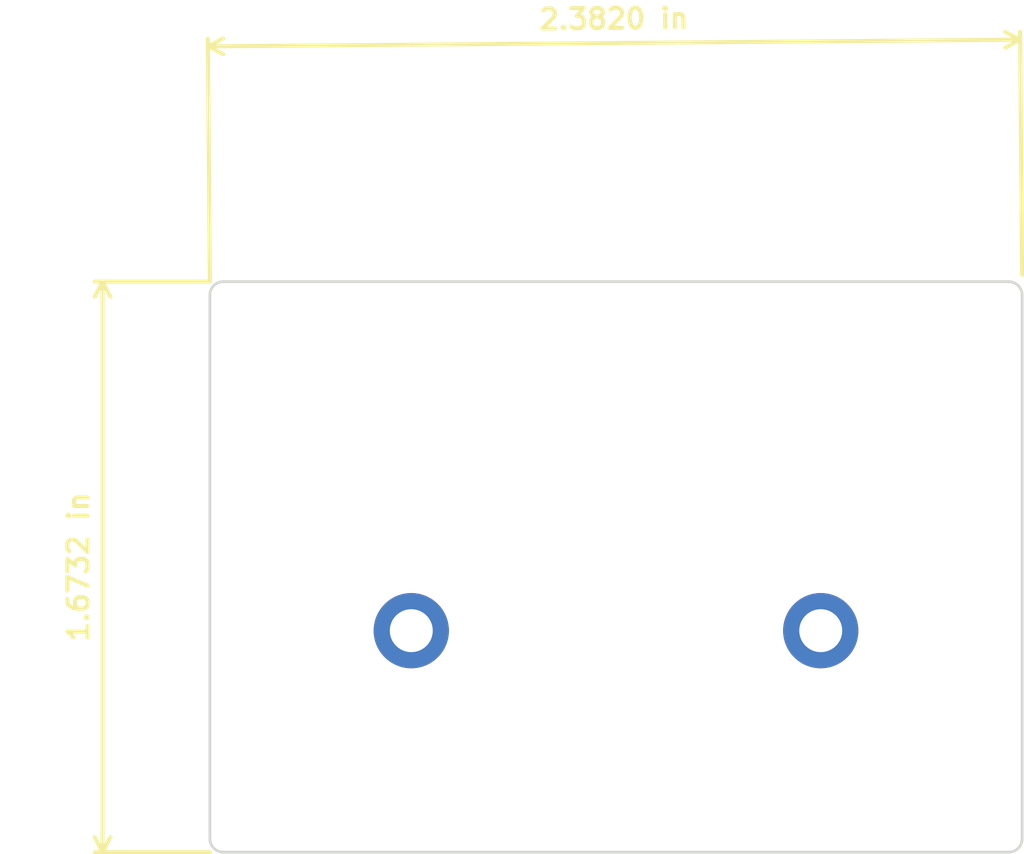
<source format=kicad_pcb>
(kicad_pcb (version 20171130) (host pcbnew 5.1.9+dfsg1-1+deb11u1)

  (general
    (thickness 1.6)
    (drawings 10)
    (tracks 0)
    (zones 0)
    (modules 2)
    (nets 2)
  )

  (page A4)
  (layers
    (0 F.Cu signal)
    (31 B.Cu signal)
    (32 B.Adhes user)
    (33 F.Adhes user)
    (34 B.Paste user)
    (35 F.Paste user)
    (36 B.SilkS user)
    (37 F.SilkS user)
    (38 B.Mask user)
    (39 F.Mask user)
    (40 Dwgs.User user)
    (41 Cmts.User user)
    (42 Eco1.User user)
    (43 Eco2.User user)
    (44 Edge.Cuts user)
    (45 Margin user)
    (46 B.CrtYd user)
    (47 F.CrtYd user)
    (48 B.Fab user)
    (49 F.Fab user)
  )

  (setup
    (last_trace_width 0.25)
    (trace_clearance 0.2)
    (zone_clearance 0.508)
    (zone_45_only no)
    (trace_min 0.2)
    (via_size 0.8)
    (via_drill 0.4)
    (via_min_size 0.4)
    (via_min_drill 0.3)
    (uvia_size 0.3)
    (uvia_drill 0.1)
    (uvias_allowed no)
    (uvia_min_size 0.2)
    (uvia_min_drill 0.1)
    (edge_width 0.2)
    (segment_width 0.2)
    (pcb_text_width 0.3)
    (pcb_text_size 1.5 1.5)
    (mod_edge_width 0.15)
    (mod_text_size 1 1)
    (mod_text_width 0.15)
    (pad_size 1.524 1.524)
    (pad_drill 0.762)
    (pad_to_mask_clearance 0.051)
    (solder_mask_min_width 0.25)
    (aux_axis_origin 0 0)
    (visible_elements FFFFFF7F)
    (pcbplotparams
      (layerselection 0x010fc_ffffffff)
      (usegerberextensions true)
      (usegerberattributes true)
      (usegerberadvancedattributes false)
      (creategerberjobfile false)
      (excludeedgelayer true)
      (linewidth 0.100000)
      (plotframeref false)
      (viasonmask false)
      (mode 1)
      (useauxorigin false)
      (hpglpennumber 1)
      (hpglpenspeed 20)
      (hpglpendiameter 15.000000)
      (psnegative false)
      (psa4output false)
      (plotreference true)
      (plotvalue true)
      (plotinvisibletext false)
      (padsonsilk false)
      (subtractmaskfromsilk true)
      (outputformat 1)
      (mirror false)
      (drillshape 0)
      (scaleselection 1)
      (outputdirectory "gerber/"))
  )

  (net 0 "")
  (net 1 GND)

  (net_class Default "This is the default net class."
    (clearance 0.2)
    (trace_width 0.25)
    (via_dia 0.8)
    (via_drill 0.4)
    (uvia_dia 0.3)
    (uvia_drill 0.1)
  )

  (module MountingHole:MountingHole_3.2mm_M3_DIN965_Pad locked (layer F.Cu) (tedit 6248463B) (tstamp 6248D56F)
    (at 110 71)
    (descr "Mounting Hole 3.2mm, M3, DIN965")
    (tags "mounting hole 3.2mm m3 din965")
    (attr virtual)
    (fp_text reference REF** (at 0 -3.8) (layer F.SilkS) hide
      (effects (font (size 1 1) (thickness 0.15)))
    )
    (fp_text value MountingHole_3.2mm_M3_DIN965_Pad (at 0 3.8) (layer F.Fab) hide
      (effects (font (size 1 1) (thickness 0.15)))
    )
    (fp_circle (center 0 0) (end 2.8 0) (layer Cmts.User) (width 0.15))
    (fp_circle (center 0 0) (end 3.05 0) (layer F.CrtYd) (width 0.05))
    (fp_text user %R (at 0.3 0) (layer F.Fab)
      (effects (font (size 1 1) (thickness 0.15)))
    )
    (pad 1 thru_hole circle (at 0 0) (size 5.6 5.6) (drill 3.2) (layers *.Cu *.Mask))
  )

  (module MountingHole:MountingHole_3.2mm_M3_DIN965_Pad locked (layer F.Cu) (tedit 62484643) (tstamp 6248D57E)
    (at 140.5 71)
    (descr "Mounting Hole 3.2mm, M3, DIN965")
    (tags "mounting hole 3.2mm m3 din965")
    (attr virtual)
    (fp_text reference REF** (at 0 -3.8) (layer F.SilkS) hide
      (effects (font (size 1 1) (thickness 0.15)))
    )
    (fp_text value MountingHole_3.2mm_M3_DIN965_Pad (at 0 3.8) (layer F.Fab) hide
      (effects (font (size 1 1) (thickness 0.15)))
    )
    (fp_circle (center 0 0) (end 2.8 0) (layer Cmts.User) (width 0.15))
    (fp_circle (center 0 0) (end 3.05 0) (layer F.CrtYd) (width 0.05))
    (fp_text user %R (at 0.3 0) (layer F.Fab)
      (effects (font (size 1 1) (thickness 0.15)))
    )
    (pad 1 thru_hole circle (at 0 0) (size 5.6 5.6) (drill 3.2) (layers *.Cu *.Mask))
  )

  (dimension 60.502066 (width 0.3) (layer F.SilkS)
    (gr_text "60.502 mm" (at 125.087822 25.126476 0.4735080587) (layer F.SilkS)
      (effects (font (size 1.5 1.5) (thickness 0.3)))
    )
    (feature1 (pts (xy 155.5 44.5) (xy 155.350331 26.390004)))
    (feature2 (pts (xy 95 45) (xy 94.850331 26.890004)))
    (crossbar (pts (xy 94.855177 27.476404) (xy 155.355177 26.976404)))
    (arrow1a (pts (xy 155.355177 26.976404) (xy 154.233558 27.572114)))
    (arrow1b (pts (xy 155.355177 26.976404) (xy 154.223865 26.399313)))
    (arrow2a (pts (xy 94.855177 27.476404) (xy 95.986489 28.053495)))
    (arrow2b (pts (xy 94.855177 27.476404) (xy 95.976796 26.880694)))
  )
  (dimension 42.5 (width 0.3) (layer F.SilkS)
    (gr_text "42.500 mm" (at 84.9 66.25 90) (layer F.SilkS)
      (effects (font (size 1.5 1.5) (thickness 0.3)))
    )
    (feature1 (pts (xy 95 45) (xy 86.413579 45)))
    (feature2 (pts (xy 95 87.5) (xy 86.413579 87.5)))
    (crossbar (pts (xy 87 87.5) (xy 87 45)))
    (arrow1a (pts (xy 87 45) (xy 87.586421 46.126504)))
    (arrow1b (pts (xy 87 45) (xy 86.413579 46.126504)))
    (arrow2a (pts (xy 87 87.5) (xy 87.586421 86.373496)))
    (arrow2b (pts (xy 87 87.5) (xy 86.413579 86.373496)))
  )
  (gr_arc (start 96 86.5) (end 95 86.5) (angle -90) (layer Edge.Cuts) (width 0.2))
  (gr_arc (start 154.5 86.5) (end 154.5 87.5) (angle -90) (layer Edge.Cuts) (width 0.2))
  (gr_arc (start 154.5 46) (end 155.5 46) (angle -90) (layer Edge.Cuts) (width 0.2))
  (gr_arc (start 96 46) (end 96 45) (angle -90) (layer Edge.Cuts) (width 0.2))
  (gr_line (start 95 86.5) (end 95 46) (layer Edge.Cuts) (width 0.2))
  (gr_line (start 154.5 87.5) (end 96 87.5) (layer Edge.Cuts) (width 0.2))
  (gr_line (start 155.5 46) (end 155.5 86.5) (layer Edge.Cuts) (width 0.2))
  (gr_line (start 96 45) (end 154.5 45) (layer Edge.Cuts) (width 0.2))

  (zone (net 1) (net_name GND) (layer F.Cu) (tstamp 644217D5) (hatch edge 0.508)
    (connect_pads (clearance 0.508))
    (min_thickness 0.254)
    (fill yes (arc_segments 16) (thermal_gap 0.508) (thermal_bridge_width 0.508))
    (polygon
      (pts
        (xy 95 45) (xy 155.5 45) (xy 155.5 87.5) (xy 95 87.5)
      )
    )
  )
  (zone (net 1) (net_name GND) (layer B.Cu) (tstamp 644217D2) (hatch edge 0.508)
    (connect_pads (clearance 0.508))
    (min_thickness 0.254)
    (fill yes (arc_segments 16) (thermal_gap 0.508) (thermal_bridge_width 0.508))
    (polygon
      (pts
        (xy 95 45) (xy 155.5 45) (xy 155.5 87.5) (xy 95 87.5)
      )
    )
  )
)

</source>
